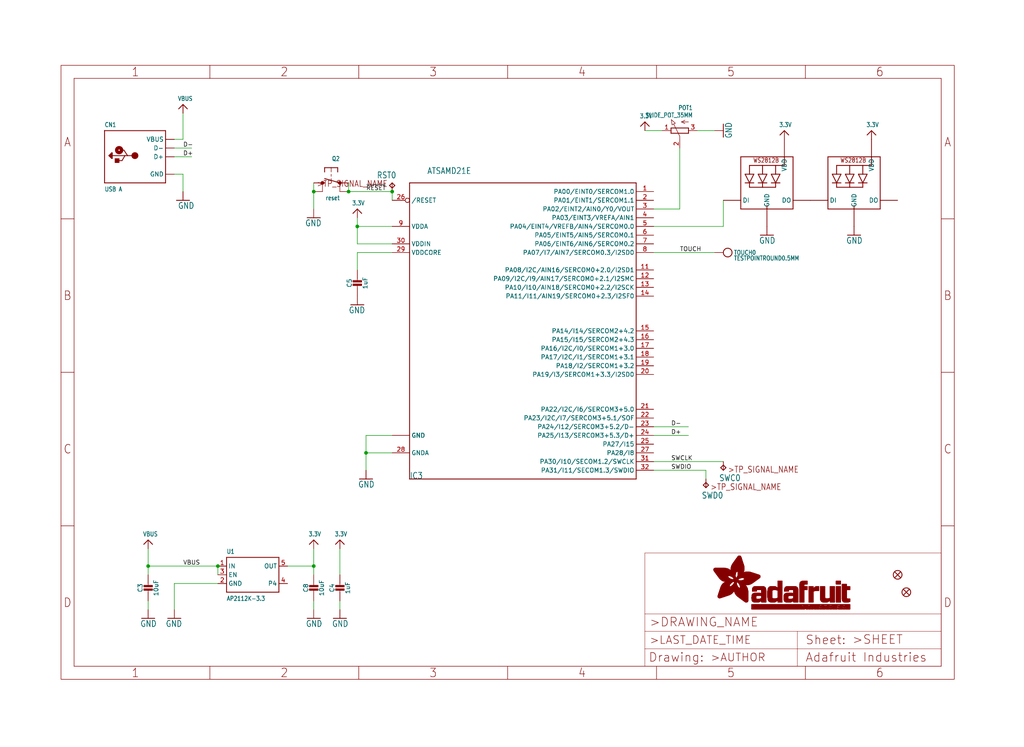
<source format=kicad_sch>
(kicad_sch (version 20211123) (generator eeschema)
  (paper "User" 298.45 217.881)
  (lib_symbols
    (symbol "schematicEagle-eagle-import:3.3V" (power)
      (property "Value" "3.3V" (at -1.524 1.016 0))
      (symbol "3.3V_1_0"
        (pin power_in line (at 0 -2.54 90) (length 2.54) (name "3.3V") (number "1"))
      )
    )
    (symbol "schematicEagle-eagle-import:ATSAMD21E"
      (property "Reference" "IC" (at -35.56 -43.18 0))
      (property "Value" "ATSAMD21E" (at -30.48 45.72 0))
      (symbol "ATSAMD21E_1_0"
        (pin bidirectional line (at 35.56 40.64 180) (length 5.08) (name "PA00/EINT0/SERCOM1.0") (number "1"))
        (pin power_in line (at -40.64 -30.48 0) (length 5.08) (name "GND") (number "10"))
        (pin bidirectional line (at 35.56 17.78 180) (length 5.08) (name "PA08/I2C/AIN16/SERCOM0+2.0/I2SD1") (number "11"))
        (pin bidirectional line (at 35.56 15.24 180) (length 5.08) (name "PA09/I2C/I9/AIN17/SERCOM0+2.1/I2SMC") (number "12"))
        (pin bidirectional line (at 35.56 12.7 180) (length 5.08) (name "PA10/I10/AIN18/SERCOM0+2.2/I2SCK") (number "13"))
        (pin bidirectional line (at 35.56 10.16 180) (length 5.08) (name "PA11/I11/AIN19/SERCOM0+2.3/I2SF0") (number "14"))
        (pin bidirectional line (at 35.56 0 180) (length 5.08) (name "PA14/I14/SERCOM2+4.2") (number "15"))
        (pin bidirectional line (at 35.56 -2.54 180) (length 5.08) (name "PA15/I15/SERCOM2+4.3") (number "16"))
        (pin bidirectional line (at 35.56 -5.08 180) (length 5.08) (name "PA16/I2C/I0/SERCOM1+3.0") (number "17"))
        (pin bidirectional line (at 35.56 -7.62 180) (length 5.08) (name "PA17/I2C/I1/SERCOM1+3.1") (number "18"))
        (pin bidirectional line (at 35.56 -10.16 180) (length 5.08) (name "PA18/I2/SERCOM1+3.2") (number "19"))
        (pin bidirectional line (at 35.56 38.1 180) (length 5.08) (name "PA01/EINT1/SERCOM1.1") (number "2"))
        (pin bidirectional line (at 35.56 -12.7 180) (length 5.08) (name "PA19/I3/SERCOM1+3.3/I2SD0") (number "20"))
        (pin bidirectional line (at 35.56 -22.86 180) (length 5.08) (name "PA22/I2C/I6/SERCOM3+5.0") (number "21"))
        (pin bidirectional line (at 35.56 -25.4 180) (length 5.08) (name "PA23/I2C/I7/SERCOM3+5.1/SOF") (number "22"))
        (pin bidirectional line (at 35.56 -27.94 180) (length 5.08) (name "PA24/I12/SERCOM3+5.2/D-") (number "23"))
        (pin bidirectional line (at 35.56 -30.48 180) (length 5.08) (name "PA25/I13/SERCOM3+5.3/D+") (number "24"))
        (pin bidirectional line (at 35.56 -33.02 180) (length 5.08) (name "PA27/I15") (number "25"))
        (pin bidirectional inverted (at -40.64 38.1 0) (length 5.08) (name "/RESET") (number "26"))
        (pin bidirectional line (at 35.56 -35.56 180) (length 5.08) (name "PA28/I8") (number "27"))
        (pin power_in line (at -40.64 -35.56 0) (length 5.08) (name "GNDA") (number "28"))
        (pin power_in line (at -40.64 22.86 0) (length 5.08) (name "VDDCORE") (number "29"))
        (pin bidirectional line (at 35.56 35.56 180) (length 5.08) (name "PA02/EINT2/AIN0/Y0/VOUT") (number "3"))
        (pin power_in line (at -40.64 25.4 0) (length 5.08) (name "VDDIN") (number "30"))
        (pin bidirectional line (at 35.56 -38.1 180) (length 5.08) (name "PA30/I10/SECOM1.2/SWCLK") (number "31"))
        (pin bidirectional line (at 35.56 -40.64 180) (length 5.08) (name "PA31/I11/SECOM1.3/SWDIO") (number "32"))
        (pin power_in line (at -40.64 -30.48 0) (length 5.08) (name "GND") (number "33"))
        (pin bidirectional line (at 35.56 33.02 180) (length 5.08) (name "PA03/EINT3/VREFA/AIN1") (number "4"))
        (pin bidirectional line (at 35.56 30.48 180) (length 5.08) (name "PA04/EINT4/VREFB/AIN4/SERCOM0.0") (number "5"))
        (pin bidirectional line (at 35.56 27.94 180) (length 5.08) (name "PA05/EINT5/AIN5/SERCOM0.1") (number "6"))
        (pin bidirectional line (at 35.56 25.4 180) (length 5.08) (name "PA06/EINT6/AIN6/SERCOM0.2") (number "7"))
        (pin bidirectional line (at 35.56 22.86 180) (length 5.08) (name "PA07/I7/AIN7/SERCOM0.3/I2SD0") (number "8"))
        (pin power_in line (at -40.64 30.48 0) (length 5.08) (name "VDDA") (number "9"))
      )
    )
    (symbol "schematicEagle-eagle-import:CAP_CERAMIC0603_NO"
      (property "Reference" "C" (at -2.29 1.25 90))
      (property "Value" "CAP_CERAMIC0603_NO" (at 2.3 1.25 90))
      (symbol "CAP_CERAMIC0603_NO_1_0"
        (pin passive line (at 0 5.08 270) (length 2.54) (name "1") (number "1"))
        (pin passive line (at 0 -2.54 90) (length 2.54) (name "2") (number "2"))
      )
    )
    (symbol "schematicEagle-eagle-import:CAP_CERAMIC0805-NOOUTLINE"
      (property "Reference" "C" (at -2.29 1.25 90))
      (property "Value" "CAP_CERAMIC0805-NOOUTLINE" (at 2.3 1.25 90))
      (symbol "CAP_CERAMIC0805-NOOUTLINE_1_0"
        (pin passive line (at 0 5.08 270) (length 2.54) (name "1") (number "1"))
        (pin passive line (at 0 -2.54 90) (length 2.54) (name "2") (number "2"))
      )
    )
    (symbol "schematicEagle-eagle-import:FIDUCIAL_1MM")
    (symbol "schematicEagle-eagle-import:FRAME_A4_ADAFRUIT"
      (symbol "FRAME_A4_ADAFRUIT_0_0"
        (text "1" (at 21.6958 1.905 0) (effects (font (size 2.54 2.286))))
        (text "1" (at 21.6958 177.165 0) (effects (font (size 2.54 2.286))))
        (text "2" (at 65.0875 1.905 0) (effects (font (size 2.54 2.286))))
        (text "2" (at 65.0875 177.165 0) (effects (font (size 2.54 2.286))))
        (text "3" (at 108.4792 1.905 0) (effects (font (size 2.54 2.286))))
        (text "3" (at 108.4792 177.165 0) (effects (font (size 2.54 2.286))))
        (text "4" (at 151.8708 1.905 0) (effects (font (size 2.54 2.286))))
        (text "4" (at 151.8708 177.165 0) (effects (font (size 2.54 2.286))))
        (text "5" (at 195.2625 1.905 0) (effects (font (size 2.54 2.286))))
        (text "5" (at 195.2625 177.165 0) (effects (font (size 2.54 2.286))))
        (text "6" (at 238.6542 1.905 0) (effects (font (size 2.54 2.286))))
        (text "6" (at 238.6542 177.165 0) (effects (font (size 2.54 2.286))))
        (text "A" (at 1.905 156.6863 0) (effects (font (size 2.54 2.286))))
        (text "A" (at 258.445 156.6863 0) (effects (font (size 2.54 2.286))))
        (text "B" (at 1.905 111.9188 0) (effects (font (size 2.54 2.286))))
        (text "B" (at 258.445 111.9188 0) (effects (font (size 2.54 2.286))))
        (text "C" (at 1.905 67.1513 0) (effects (font (size 2.54 2.286))))
        (text "C" (at 258.445 67.1513 0) (effects (font (size 2.54 2.286))))
        (text "D" (at 1.905 22.3838 0) (effects (font (size 2.54 2.286))))
        (text "D" (at 258.445 22.3838 0) (effects (font (size 2.54 2.286))))
      )
      (symbol "FRAME_A4_ADAFRUIT_1_0"
        (text ">AUTHOR" (at 189.23 5.08 0) (effects (font (size 2.286 2.286)) (justify left bottom)))
        (text ">DRAWING_NAME" (at 171.45 15.24 0) (effects (font (size 2.54 2.54)) (justify left bottom)))
        (text ">LAST_DATE_TIME" (at 171.45 10.16 0) (effects (font (size 2.286 2.286)) (justify left bottom)))
        (text ">SHEET" (at 230.505 10.16 0) (effects (font (size 2.54 2.54)) (justify left bottom)))
        (text "Adafruit Industries" (at 216.916 4.953 0) (effects (font (size 2.54 2.54)) (justify left bottom)))
        (text "Drawing:" (at 171.196 4.953 0) (effects (font (size 2.54 2.54)) (justify left bottom)))
        (text "Sheet:" (at 216.916 10.033 0) (effects (font (size 2.54 2.54)) (justify left bottom)))
      )
    )
    (symbol "schematicEagle-eagle-import:GND" (power)
      (property "Value" "GND" (at -2.54 -2.54 0))
      (symbol "GND_1_0"
        (pin power_in line (at 0 2.54 270) (length 2.54) (name "GND") (number "1"))
      )
    )
    (symbol "schematicEagle-eagle-import:SLIDE_POT_35MM"
      (property "Reference" "POT" (at -5.969 -3.81 90))
      (property "Value" "SLIDE_POT_35MM" (at -3.81 -3.81 90))
      (symbol "SLIDE_POT_35MM_1_0"
        (pin passive line (at 0 5.08 270) (length 2.54) (name "E") (number "1"))
        (pin passive line (at 5.08 0 180) (length 2.54) (name "S") (number "2"))
        (pin passive line (at 0 -5.08 90) (length 2.54) (name "A") (number "3"))
      )
    )
    (symbol "schematicEagle-eagle-import:SWITCH_TACT_SMT4.6X2.8"
      (property "Reference" "SW" (at -2.54 6.35 0))
      (property "Value" "SWITCH_TACT_SMT4.6X2.8" (at -2.54 -5.08 0))
      (symbol "SWITCH_TACT_SMT4.6X2.8_1_0"
        (pin passive line (at -5.08 0 0) (length 2.54) (name "P") (number "A"))
        (pin passive line (at -5.08 -2.54 0) (length 2.54) (name "P1") (number "A'"))
        (pin passive line (at 5.08 0 180) (length 2.54) (name "S") (number "B"))
        (pin passive line (at 5.08 -2.54 180) (length 2.54) (name "S1") (number "B'"))
      )
    )
    (symbol "schematicEagle-eagle-import:TESTPOINTROUND0.5MM"
      (property "Reference" "TP" (at 0 5.588 90))
      (property "Value" "TESTPOINTROUND0.5MM" (at 1.651 5.588 90))
      (symbol "TESTPOINTROUND0.5MM_1_0"
        (pin bidirectional line (at 0 0 90) (length 2.54) (name "P$1") (number "P$1"))
      )
    )
    (symbol "schematicEagle-eagle-import:TPTP15R"
      (property "Reference" "TP" (at -1.27 1.27 0))
      (symbol "TPTP15R_1_0"
        (text ">TP_SIGNAL_NAME" (at 1.27 -1.27 0) (effects (font (size 1.778 1.5113)) (justify left bottom)))
        (pin input line (at 0 -2.54 90) (length 2.54) (name "TP") (number "TP"))
      )
    )
    (symbol "schematicEagle-eagle-import:TPTP16R"
      (property "Reference" "TP" (at -1.27 1.27 0))
      (symbol "TPTP16R_1_0"
        (text ">TP_SIGNAL_NAME" (at 1.27 -1.27 0) (effects (font (size 1.778 1.5113)) (justify left bottom)))
        (pin input line (at 0 -2.54 90) (length 2.54) (name "TP") (number "TP"))
      )
    )
    (symbol "schematicEagle-eagle-import:USB_TYPEAPCB"
      (property "Reference" "X" (at -10.16 8.636 0))
      (property "Value" "USB_TYPEAPCB" (at -10.16 -10.16 0))
      (symbol "USB_TYPEAPCB_1_0"
        (pin power_in line (at 10.16 -5.08 180) (length 2.54) (name "GND") (number "GND"))
        (pin bidirectional line (at 10.16 2.54 180) (length 2.54) (name "D-") (number "USB_NEG"))
        (pin bidirectional line (at 10.16 0 180) (length 2.54) (name "D+") (number "USB_PLUS"))
        (pin power_in line (at 10.16 5.08 180) (length 2.54) (name "VBUS") (number "VCC"))
      )
    )
    (symbol "schematicEagle-eagle-import:VBUS" (power)
      (property "Value" "VBUS" (at -1.524 1.016 0))
      (symbol "VBUS_1_0"
        (pin power_in line (at 0 -2.54 90) (length 2.54) (name "VBUS") (number "1"))
      )
    )
    (symbol "schematicEagle-eagle-import:VREG_SOT23-5"
      (property "Reference" "U" (at -7.62 6.096 0))
      (property "Value" "VREG_SOT23-5" (at -7.62 -7.62 0))
      (symbol "VREG_SOT23-5_1_0"
        (pin power_in line (at -10.16 2.54 0) (length 2.54) (name "IN") (number "1"))
        (pin power_in line (at -10.16 -2.54 0) (length 2.54) (name "GND") (number "2"))
        (pin input line (at -10.16 0 0) (length 2.54) (name "EN") (number "3"))
        (pin bidirectional line (at 10.16 -2.54 180) (length 2.54) (name "P4") (number "4"))
        (pin power_in line (at 10.16 2.54 180) (length 2.54) (name "OUT") (number "5"))
      )
    )
    (symbol "schematicEagle-eagle-import:WS2812B_SK6812E"
      (symbol "WS2812B_SK6812E_1_0"
        (text "WS2812B" (at -4.064 8.382 0) (effects (font (size 1.27 1.0795)) (justify left bottom)))
        (pin power_in line (at 5.08 15.24 270) (length 5.08) (name "VDD") (number "1-VDD"))
        (pin output line (at 12.7 -2.54 180) (length 5.08) (name "DO") (number "2-DOUT"))
        (pin power_in line (at 0 -10.16 90) (length 5.08) (name "GND") (number "3-GND"))
        (pin input line (at -12.7 -2.54 0) (length 5.08) (name "DI") (number "4-DIN"))
      )
    )
  )
  (junction (at 104.14 66.04))
  (junction (at 114.3 55.88))
  (junction (at 91.44 55.88))
  (junction (at 63.5 165.1))
  (junction (at 43.18 165.1))
  (junction (at 101.6 55.88))
  (junction (at 91.44 165.1))
  (junction (at 106.68 132.08))
  (wire (pts (xy 203.2 38.1) (xy 208.28 38.1)))
  (wire (pts (xy 91.44 160.02) (xy 91.44 165.1)))
  (wire (pts (xy 106.68 132.08) (xy 106.68 137.16)))
  (wire (pts (xy 53.34 33.02) (xy 53.34 40.64)))
  (wire (pts (xy 200.66 127) (xy 190.5 127)))
  (wire (pts (xy 91.44 177.8) (xy 91.44 175.26)))
  (wire (pts (xy 104.14 66.04) (xy 104.14 63.5)))
  (wire (pts (xy 63.5 170.18) (xy 50.8 170.18)))
  (wire (pts (xy 50.8 40.64) (xy 53.34 40.64)))
  (wire (pts (xy 50.8 50.8) (xy 53.34 50.8)))
  (wire (pts (xy 190.5 73.66) (xy 208.28 73.66)))
  (wire (pts (xy 91.44 165.1) (xy 83.82 165.1)))
  (wire (pts (xy 114.3 127) (xy 106.68 127)))
  (wire (pts (xy 63.5 167.64) (xy 63.5 165.1)))
  (wire (pts (xy 43.18 167.64) (xy 43.18 165.1)))
  (wire (pts (xy 101.6 55.88) (xy 101.6 53.34)))
  (wire (pts (xy 210.82 66.04) (xy 210.82 58.42)))
  (wire (pts (xy 43.18 177.8) (xy 43.18 175.26)))
  (wire (pts (xy 91.44 60.96) (xy 91.44 55.88)))
  (wire (pts (xy 53.34 50.8) (xy 53.34 55.88)))
  (wire (pts (xy 43.18 165.1) (xy 43.18 160.02)))
  (wire (pts (xy 205.74 137.16) (xy 205.74 139.7)))
  (wire (pts (xy 190.5 124.46) (xy 200.66 124.46)))
  (wire (pts (xy 104.14 73.66) (xy 104.14 78.74)))
  (wire (pts (xy 91.44 53.34) (xy 91.44 55.88)))
  (wire (pts (xy 50.8 43.18) (xy 55.88 43.18)))
  (wire (pts (xy 114.3 73.66) (xy 104.14 73.66)))
  (wire (pts (xy 114.3 66.04) (xy 104.14 66.04)))
  (wire (pts (xy 50.8 170.18) (xy 50.8 177.8)))
  (wire (pts (xy 101.6 55.88) (xy 114.3 55.88)))
  (wire (pts (xy 99.06 177.8) (xy 99.06 175.26)))
  (wire (pts (xy 114.3 71.12) (xy 104.14 71.12)))
  (wire (pts (xy 190.5 134.62) (xy 210.82 134.62)))
  (wire (pts (xy 50.8 45.72) (xy 55.88 45.72)))
  (wire (pts (xy 190.5 137.16) (xy 205.74 137.16)))
  (wire (pts (xy 114.3 55.88) (xy 114.3 58.42)))
  (wire (pts (xy 198.12 43.18) (xy 198.12 60.96)))
  (wire (pts (xy 193.04 38.1) (xy 187.96 38.1)))
  (wire (pts (xy 190.5 60.96) (xy 198.12 60.96)))
  (wire (pts (xy 91.44 165.1) (xy 91.44 167.64)))
  (wire (pts (xy 190.5 66.04) (xy 210.82 66.04)))
  (wire (pts (xy 114.3 132.08) (xy 106.68 132.08)))
  (wire (pts (xy 99.06 160.02) (xy 99.06 167.64)))
  (wire (pts (xy 43.18 165.1) (xy 63.5 165.1)))
  (wire (pts (xy 106.68 127) (xy 106.68 132.08)))
  (wire (pts (xy 104.14 71.12) (xy 104.14 66.04)))
  (label "SWDIO" (at 195.58 137.16 0) (effects (font (size 1.2446 1.2446))))
  (label "~{RESET}" (at 106.68 55.88 0) (effects (font (size 1.2446 1.2446))))
  (label "D-" (at 195.58 124.46 0) (effects (font (size 1.2446 1.2446))))
  (label "TOUCH" (at 198.12 73.66 0) (effects (font (size 1.2446 1.2446))))
  (label "SWCLK" (at 195.58 134.62 0) (effects (font (size 1.2446 1.2446))))
  (label "D-" (at 53.34 43.18 0) (effects (font (size 1.2446 1.2446))))
  (label "VBUS" (at 53.34 165.1 0) (effects (font (size 1.2446 1.2446))))
  (label "D+" (at 195.58 127 0) (effects (font (size 1.2446 1.2446))))
  (label "D+" (at 53.34 45.72 0) (effects (font (size 1.2446 1.2446))))
  (symbol (lib_id "schematicEagle-eagle-import:SLIDE_POT_35MM") (at 198.12 38.1 90) (mirror x) (unit 1)
    (property "Reference" "POT1" (at 201.93 32.131 90) (effects (font (size 1.27 1.0795)) (justify left bottom)))
    (property "Value" "SLIDE_POT_35MM" (at 201.93 34.29 90) (effects (font (size 1.27 1.0795)) (justify left bottom)))
    (property "Footprint" "schematicEagle:SLIDE_POT_35MM" (effects hide))
  )
  (symbol (lib_id "schematicEagle-eagle-import:TPTP15R") (at 210.82 137.16 0) (mirror x) (unit 1)
    (property "Reference" "SWC0" (at 209.55 138.43 0) (effects (font (size 1.778 1.5113)) (justify left bottom)))
    (property "Value" "TPTP15R" (effects hide))
    (property "Footprint" "schematicEagle:TP15R" (effects hide))
  )
  (symbol (lib_id "schematicEagle-eagle-import:FRAME_A4_ADAFRUIT") (at 17.78 198.12 0) (unit 1)
    (property "Reference" "#U$1" (effects hide))
    (property "Value" "FRAME_A4_ADAFRUIT" (effects hide))
    (property "Footprint" "schematicEagle:" (effects hide))
  )
  (symbol (lib_id "schematicEagle-eagle-import:CAP_CERAMIC0603_NO") (at 104.14 83.82 0) (unit 1)
    (property "Reference" "C5" (at 101.85 82.57 90))
    (property "Value" "1uF" (at 106.44 82.57 90))
    (property "Footprint" "schematicEagle:0603-NO" (effects hide))
  )
  (symbol (lib_id "schematicEagle-eagle-import:CAP_CERAMIC0805-NOOUTLINE") (at 43.18 172.72 0) (unit 1)
    (property "Reference" "C3" (at 40.89 171.47 90))
    (property "Value" "10uF" (at 45.48 171.47 90))
    (property "Footprint" "schematicEagle:0805-NO" (effects hide))
  )
  (symbol (lib_id "schematicEagle-eagle-import:TPTP16R") (at 114.3 53.34 0) (mirror y) (unit 1)
    (property "Reference" "RST0" (at 115.57 52.07 0) (effects (font (size 1.778 1.5113)) (justify left bottom)))
    (property "Value" "TPTP16R" (effects hide))
    (property "Footprint" "schematicEagle:TP16R" (effects hide))
  )
  (symbol (lib_id "schematicEagle-eagle-import:GND") (at 248.92 68.58 0) (mirror y) (unit 1)
    (property "Reference" "#GND1" (effects hide))
    (property "Value" "GND" (at 251.46 71.12 0) (effects (font (size 1.778 1.5113)) (justify left bottom)))
    (property "Footprint" "schematicEagle:" (effects hide))
  )
  (symbol (lib_id "schematicEagle-eagle-import:FIDUCIAL_1MM") (at 264.16 172.72 0) (unit 1)
    (property "Reference" "FID2" (effects hide))
    (property "Value" "FIDUCIAL_1MM" (effects hide))
    (property "Footprint" "schematicEagle:FIDUCIAL_1MM" (effects hide))
  )
  (symbol (lib_id "schematicEagle-eagle-import:3.3V") (at 104.14 60.96 0) (unit 1)
    (property "Reference" "#U$18" (effects hide))
    (property "Value" "3.3V" (at 102.616 59.944 0) (effects (font (size 1.27 1.0795)) (justify left bottom)))
    (property "Footprint" "schematicEagle:" (effects hide))
  )
  (symbol (lib_id "schematicEagle-eagle-import:TPTP16R") (at 205.74 142.24 0) (mirror x) (unit 1)
    (property "Reference" "SWD0" (at 204.47 143.51 0) (effects (font (size 1.778 1.5113)) (justify left bottom)))
    (property "Value" "TPTP16R" (effects hide))
    (property "Footprint" "schematicEagle:TP16R" (effects hide))
  )
  (symbol (lib_id "schematicEagle-eagle-import:SWITCH_TACT_SMT4.6X2.8") (at 96.52 53.34 0) (mirror y) (unit 1)
    (property "Reference" "Q2" (at 99.06 46.99 0) (effects (font (size 1.27 1.0795)) (justify left bottom)))
    (property "Value" "reset" (at 99.06 58.42 0) (effects (font (size 1.27 1.0795)) (justify left bottom)))
    (property "Footprint" "schematicEagle:BTN_KMR2_4.6X2.8" (effects hide))
  )
  (symbol (lib_id "schematicEagle-eagle-import:GND") (at 53.34 58.42 0) (unit 1)
    (property "Reference" "#U$2" (effects hide))
    (property "Value" "GND" (at 51.816 60.96 0) (effects (font (size 1.778 1.5113)) (justify left bottom)))
    (property "Footprint" "schematicEagle:" (effects hide))
  )
  (symbol (lib_id "schematicEagle-eagle-import:WS2812B_SK6812E") (at 223.52 55.88 0) (unit 1)
    (property "Reference" "LED1" (effects hide))
    (property "Value" "WS2812B_SK6812E" (effects hide))
    (property "Footprint" "schematicEagle:NEO3535_REVERSE" (effects hide))
  )
  (symbol (lib_id "schematicEagle-eagle-import:CAP_CERAMIC0805-NOOUTLINE") (at 91.44 172.72 0) (unit 1)
    (property "Reference" "C8" (at 89.15 171.47 90))
    (property "Value" "10uF" (at 93.74 171.47 90))
    (property "Footprint" "schematicEagle:0805-NO" (effects hide))
  )
  (symbol (lib_id "schematicEagle-eagle-import:3.3V") (at 254 38.1 0) (unit 1)
    (property "Reference" "#U$4" (effects hide))
    (property "Value" "3.3V" (at 252.476 37.084 0) (effects (font (size 1.27 1.0795)) (justify left bottom)))
    (property "Footprint" "schematicEagle:" (effects hide))
  )
  (symbol (lib_id "schematicEagle-eagle-import:CAP_CERAMIC0603_NO") (at 99.06 172.72 0) (unit 1)
    (property "Reference" "C4" (at 96.77 171.47 90))
    (property "Value" "1uF" (at 101.36 171.47 90))
    (property "Footprint" "schematicEagle:0603-NO" (effects hide))
  )
  (symbol (lib_id "schematicEagle-eagle-import:GND") (at 91.44 63.5 0) (unit 1)
    (property "Reference" "#GND14" (effects hide))
    (property "Value" "GND" (at 88.9 66.04 0) (effects (font (size 1.778 1.5113)) (justify left bottom)))
    (property "Footprint" "schematicEagle:" (effects hide))
  )
  (symbol (lib_id "schematicEagle-eagle-import:3.3V") (at 228.6 38.1 0) (unit 1)
    (property "Reference" "#U$3" (effects hide))
    (property "Value" "3.3V" (at 227.076 37.084 0) (effects (font (size 1.27 1.0795)) (justify left bottom)))
    (property "Footprint" "schematicEagle:" (effects hide))
  )
  (symbol (lib_id "schematicEagle-eagle-import:GND") (at 106.68 139.7 0) (mirror y) (unit 1)
    (property "Reference" "#GND18" (effects hide))
    (property "Value" "GND" (at 109.22 142.24 0) (effects (font (size 1.778 1.5113)) (justify left bottom)))
    (property "Footprint" "schematicEagle:" (effects hide))
  )
  (symbol (lib_id "schematicEagle-eagle-import:VBUS") (at 43.18 157.48 0) (unit 1)
    (property "Reference" "#U$13" (effects hide))
    (property "Value" "VBUS" (at 41.656 156.464 0) (effects (font (size 1.27 1.0795)) (justify left bottom)))
    (property "Footprint" "schematicEagle:" (effects hide))
  )
  (symbol (lib_id "schematicEagle-eagle-import:GND") (at 43.18 180.34 0) (mirror y) (unit 1)
    (property "Reference" "#GND3" (effects hide))
    (property "Value" "GND" (at 45.72 182.88 0) (effects (font (size 1.778 1.5113)) (justify left bottom)))
    (property "Footprint" "schematicEagle:" (effects hide))
  )
  (symbol (lib_id "schematicEagle-eagle-import:WS2812B_SK6812E") (at 248.92 55.88 0) (unit 1)
    (property "Reference" "LED2" (effects hide))
    (property "Value" "WS2812B_SK6812E" (effects hide))
    (property "Footprint" "schematicEagle:NEO3535_REVERSE" (effects hide))
  )
  (symbol (lib_id "schematicEagle-eagle-import:GND") (at 223.52 68.58 0) (mirror y) (unit 1)
    (property "Reference" "#GND6" (effects hide))
    (property "Value" "GND" (at 226.06 71.12 0) (effects (font (size 1.778 1.5113)) (justify left bottom)))
    (property "Footprint" "schematicEagle:" (effects hide))
  )
  (symbol (lib_id "schematicEagle-eagle-import:GND") (at 91.44 180.34 0) (mirror y) (unit 1)
    (property "Reference" "#GND12" (effects hide))
    (property "Value" "GND" (at 93.98 182.88 0) (effects (font (size 1.778 1.5113)) (justify left bottom)))
    (property "Footprint" "schematicEagle:" (effects hide))
  )
  (symbol (lib_id "schematicEagle-eagle-import:VBUS") (at 53.34 30.48 0) (unit 1)
    (property "Reference" "#U$15" (effects hide))
    (property "Value" "VBUS" (at 51.816 29.464 0) (effects (font (size 1.27 1.0795)) (justify left bottom)))
    (property "Footprint" "schematicEagle:" (effects hide))
  )
  (symbol (lib_id "schematicEagle-eagle-import:3.3V") (at 187.96 35.56 0) (unit 1)
    (property "Reference" "#U$5" (effects hide))
    (property "Value" "3.3V" (at 186.436 34.544 0) (effects (font (size 1.27 1.0795)) (justify left bottom)))
    (property "Footprint" "schematicEagle:" (effects hide))
  )
  (symbol (lib_id "schematicEagle-eagle-import:FIDUCIAL_1MM") (at 261.62 167.64 0) (unit 1)
    (property "Reference" "FID1" (effects hide))
    (property "Value" "FIDUCIAL_1MM" (effects hide))
    (property "Footprint" "schematicEagle:FIDUCIAL_1MM" (effects hide))
  )
  (symbol (lib_id "schematicEagle-eagle-import:3.3V") (at 99.06 157.48 0) (unit 1)
    (property "Reference" "#U$20" (effects hide))
    (property "Value" "3.3V" (at 97.536 156.464 0) (effects (font (size 1.27 1.0795)) (justify left bottom)))
    (property "Footprint" "schematicEagle:" (effects hide))
  )
  (symbol (lib_id "schematicEagle-eagle-import:USB_TYPEAPCB") (at 40.64 45.72 0) (unit 1)
    (property "Reference" "CN1" (at 30.48 37.084 0) (effects (font (size 1.27 1.0795)) (justify left bottom)))
    (property "Value" "USB A" (at 30.48 55.88 0) (effects (font (size 1.27 1.0795)) (justify left bottom)))
    (property "Footprint" "schematicEagle:USBA_PCB" (effects hide))
  )
  (symbol (lib_id "schematicEagle-eagle-import:3.3V") (at 91.44 157.48 0) (unit 1)
    (property "Reference" "#U$17" (effects hide))
    (property "Value" "3.3V" (at 89.916 156.464 0) (effects (font (size 1.27 1.0795)) (justify left bottom)))
    (property "Footprint" "schematicEagle:" (effects hide))
  )
  (symbol (lib_id "schematicEagle-eagle-import:TESTPOINTROUND0.5MM") (at 208.28 73.66 270) (unit 1)
    (property "Reference" "TOUCH0" (at 213.868 73.66 90) (effects (font (size 1.27 1.0795)) (justify left)))
    (property "Value" "TESTPOINTROUND0.5MM" (at 213.868 75.311 90) (effects (font (size 1.27 1.0795)) (justify left)))
    (property "Footprint" "schematicEagle:TESTPOINT_ROUND_0.5MM" (effects hide))
  )
  (symbol (lib_id "schematicEagle-eagle-import:ATSAMD21E") (at 154.94 96.52 0) (unit 1)
    (property "Reference" "IC3" (at 119.38 139.7 0) (effects (font (size 1.778 1.5113)) (justify left bottom)))
    (property "Value" "ATSAMD21E" (at 124.46 50.8 0) (effects (font (size 1.778 1.5113)) (justify left bottom)))
    (property "Footprint" "schematicEagle:QFN32_5MM" (effects hide))
  )
  (symbol (lib_id "schematicEagle-eagle-import:GND") (at 104.14 88.9 0) (unit 1)
    (property "Reference" "#GND7" (effects hide))
    (property "Value" "GND" (at 101.6 91.44 0) (effects (font (size 1.778 1.5113)) (justify left bottom)))
    (property "Footprint" "schematicEagle:" (effects hide))
  )
  (symbol (lib_id "schematicEagle-eagle-import:VREG_SOT23-5") (at 73.66 167.64 0) (unit 1)
    (property "Reference" "U1" (at 66.04 161.544 0) (effects (font (size 1.27 1.0795)) (justify left bottom)))
    (property "Value" "AP2112K-3.3" (at 66.04 175.26 0) (effects (font (size 1.27 1.0795)) (justify left bottom)))
    (property "Footprint" "schematicEagle:SOT23-5" (effects hide))
  )
  (symbol (lib_id "schematicEagle-eagle-import:GND") (at 210.82 38.1 90) (mirror x) (unit 1)
    (property "Reference" "#GND2" (effects hide))
    (property "Value" "GND" (at 213.36 35.56 0) (effects (font (size 1.778 1.5113)) (justify left bottom)))
    (property "Footprint" "schematicEagle:" (effects hide))
  )
  (symbol (lib_id "schematicEagle-eagle-import:GND") (at 50.8 180.34 0) (unit 1)
    (property "Reference" "#GND11" (effects hide))
    (property "Value" "GND" (at 48.26 182.88 0) (effects (font (size 1.778 1.5113)) (justify left bottom)))
    (property "Footprint" "schematicEagle:" (effects hide))
  )
  (symbol (lib_id "schematicEagle-eagle-import:GND") (at 99.06 180.34 0) (mirror y) (unit 1)
    (property "Reference" "#GND5" (effects hide))
    (property "Value" "GND" (at 101.6 182.88 0) (effects (font (size 1.778 1.5113)) (justify left bottom)))
    (property "Footprint" "schematicEagle:" (effects hide))
  )
)
</source>
